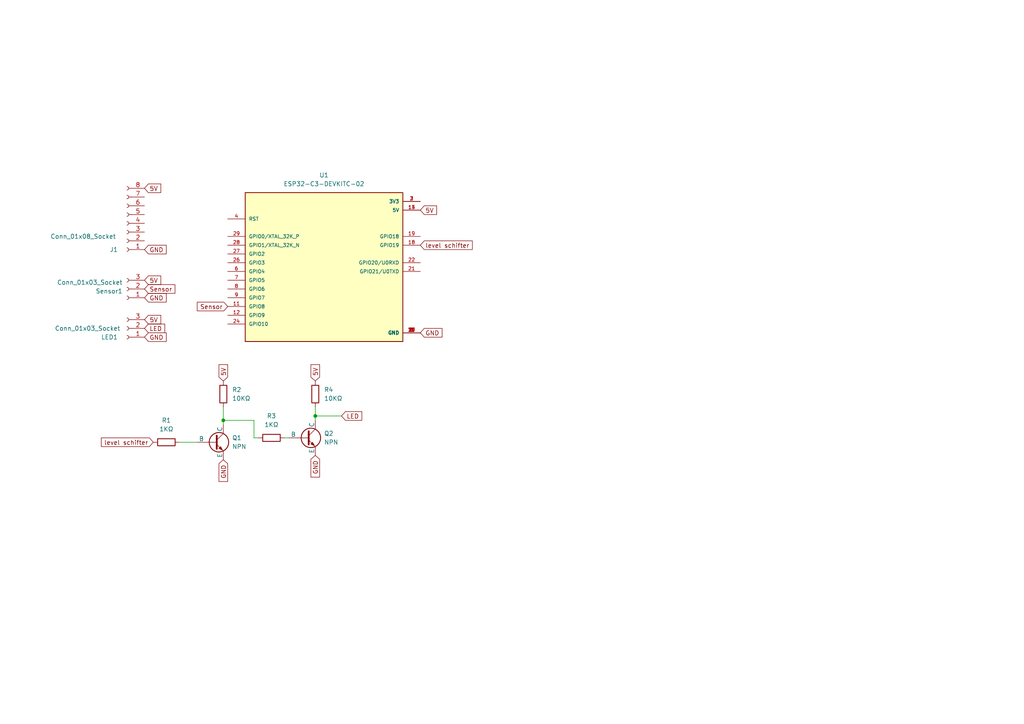
<source format=kicad_sch>
(kicad_sch (version 20230121) (generator eeschema)
  (paper "A4")
  (lib_symbols
    (symbol "Connector:Conn_01x03_Socket" (pin_names (offset 1.016) hide)
      (property "Reference" "J" (at 0 5.08 0))
      (property "Value" "Conn_01x03_Socket" (at 0 -5.08 0))
      (symbol "Conn_01x03_Socket_1_1"
        (arc (start 0 -2.032) (mid -0.5058 -2.54) (end 0 -3.048) (stroke (width 0.1524)))
        (polyline (pts (xy -1.27 -2.54) (xy -0.508 -2.54)) (stroke (width 0.1524)))
        (polyline (pts (xy -1.27 0) (xy -0.508 0)) (stroke (width 0.1524)))
        (polyline (pts (xy -1.27 2.54) (xy -0.508 2.54)) (stroke (width 0.1524)))
        (arc (start 0 0.508) (mid -0.5058 0) (end 0 -0.508) (stroke (width 0.1524)))
        (arc (start 0 3.048) (mid -0.5058 2.54) (end 0 2.032) (stroke (width 0.1524)))
        (pin passive line (at -5.08 2.54 0) (length 3.81) (name "Pin_1") (number "1"))
        (pin passive line (at -5.08 0 0) (length 3.81) (name "Pin_2") (number "2"))
        (pin passive line (at -5.08 -2.54 0) (length 3.81) (name "Pin_3") (number "3"))
      )
    )
    (symbol "Connector:Conn_01x08_Socket" (pin_names (offset 1.016) hide)
      (property "Reference" "J" (at 0 10.16 0))
      (property "Value" "Conn_01x08_Socket" (at 0 -12.7 0))
      (symbol "Conn_01x08_Socket_1_1"
        (arc (start 0 -9.652) (mid -0.5058 -10.16) (end 0 -10.668) (stroke (width 0.1524)))
        (arc (start 0 -7.112) (mid -0.5058 -7.62) (end 0 -8.128) (stroke (width 0.1524)))
        (arc (start 0 -4.572) (mid -0.5058 -5.08) (end 0 -5.588) (stroke (width 0.1524)))
        (arc (start 0 -2.032) (mid -0.5058 -2.54) (end 0 -3.048) (stroke (width 0.1524)))
        (polyline (pts (xy -1.27 -10.16) (xy -0.508 -10.16)) (stroke (width 0.1524)))
        (polyline (pts (xy -1.27 -7.62) (xy -0.508 -7.62)) (stroke (width 0.1524)))
        (polyline (pts (xy -1.27 -5.08) (xy -0.508 -5.08)) (stroke (width 0.1524)))
        (polyline (pts (xy -1.27 -2.54) (xy -0.508 -2.54)) (stroke (width 0.1524)))
        (polyline (pts (xy -1.27 0) (xy -0.508 0)) (stroke (width 0.1524)))
        (polyline (pts (xy -1.27 2.54) (xy -0.508 2.54)) (stroke (width 0.1524)))
        (polyline (pts (xy -1.27 5.08) (xy -0.508 5.08)) (stroke (width 0.1524)))
        (polyline (pts (xy -1.27 7.62) (xy -0.508 7.62)) (stroke (width 0.1524)))
        (arc (start 0 0.508) (mid -0.5058 0) (end 0 -0.508) (stroke (width 0.1524)))
        (arc (start 0 3.048) (mid -0.5058 2.54) (end 0 2.032) (stroke (width 0.1524)))
        (arc (start 0 5.588) (mid -0.5058 5.08) (end 0 4.572) (stroke (width 0.1524)))
        (arc (start 0 8.128) (mid -0.5058 7.62) (end 0 7.112) (stroke (width 0.1524)))
        (pin passive line (at -5.08 7.62 0) (length 3.81) (name "Pin_1") (number "1"))
        (pin passive line (at -5.08 5.08 0) (length 3.81) (name "Pin_2") (number "2"))
        (pin passive line (at -5.08 2.54 0) (length 3.81) (name "Pin_3") (number "3"))
        (pin passive line (at -5.08 0 0) (length 3.81) (name "Pin_4") (number "4"))
        (pin passive line (at -5.08 -2.54 0) (length 3.81) (name "Pin_5") (number "5"))
        (pin passive line (at -5.08 -5.08 0) (length 3.81) (name "Pin_6") (number "6"))
        (pin passive line (at -5.08 -7.62 0) (length 3.81) (name "Pin_7") (number "7"))
        (pin passive line (at -5.08 -10.16 0) (length 3.81) (name "Pin_8") (number "8"))
      )
    )
    (symbol "Device:R" (pin_numbers hide) (pin_names (offset 0))
      (property "Reference" "R" (at 2.032 0 90))
      (property "Value" "R" (at 0 0 90))
      (symbol "R_0_1"
        (rectangle (start -1.016 -2.54) (end 1.016 2.54) (stroke (width 0.254)))
      )
      (symbol "R_1_1"
        (pin passive line (at 0 3.81 270) (length 1.27) (name "~") (number "1"))
        (pin passive line (at 0 -3.81 90) (length 1.27) (name "~") (number "2"))
      )
    )
    (symbol "ESP32-C3-DEVKITC-02:ESP32-C3-DEVKITC-02" (pin_names (offset 1.016))
      (property "Reference" "U" (at -22.86 21.209 0))
      (property "Value" "ESP32-C3-DEVKITC-02" (at -22.86 -25.4 0))
      (symbol "ESP32-C3-DEVKITC-02_0_0"
        (rectangle (start -22.86 -22.86) (end 22.86 20.32) (stroke (width 0.254)) (fill (type background)))
        (pin power_in line (at 27.94 -20.32 180) (length 5.08) (name "GND") (number "1"))
        (pin power_in line (at 27.94 -20.32 180) (length 5.08) (name "GND") (number "10"))
        (pin bidirectional line (at -27.94 -12.7 0) (length 5.08) (name "GPIO8") (number "11"))
        (pin bidirectional line (at -27.94 -15.24 0) (length 5.08) (name "GPIO9") (number "12"))
        (pin power_in line (at 27.94 15.24 180) (length 5.08) (name "5V") (number "13"))
        (pin power_in line (at 27.94 15.24 180) (length 5.08) (name "5V") (number "14"))
        (pin power_in line (at 27.94 -20.32 180) (length 5.08) (name "GND") (number "15"))
        (pin power_in line (at 27.94 -20.32 180) (length 5.08) (name "GND") (number "16"))
        (pin power_in line (at 27.94 -20.32 180) (length 5.08) (name "GND") (number "17"))
        (pin bidirectional line (at 27.94 5.08 180) (length 5.08) (name "GPIO19") (number "18"))
        (pin bidirectional line (at 27.94 7.62 180) (length 5.08) (name "GPIO18") (number "19"))
        (pin power_in line (at 27.94 17.78 180) (length 5.08) (name "3V3") (number "2"))
        (pin power_in line (at 27.94 -20.32 180) (length 5.08) (name "GND") (number "20"))
        (pin bidirectional line (at 27.94 -2.54 180) (length 5.08) (name "GPIO21/U0TXD") (number "21"))
        (pin bidirectional line (at 27.94 0 180) (length 5.08) (name "GPIO20/U0RXD") (number "22"))
        (pin power_in line (at 27.94 -20.32 180) (length 5.08) (name "GND") (number "23"))
        (pin bidirectional line (at -27.94 -17.78 0) (length 5.08) (name "GPIO10") (number "24"))
        (pin power_in line (at 27.94 -20.32 180) (length 5.08) (name "GND") (number "25"))
        (pin bidirectional line (at -27.94 0 0) (length 5.08) (name "GPIO3") (number "26"))
        (pin bidirectional line (at -27.94 2.54 0) (length 5.08) (name "GPIO2") (number "27"))
        (pin bidirectional line (at -27.94 5.08 0) (length 5.08) (name "GPIO1/XTAL_32K_N") (number "28"))
        (pin bidirectional line (at -27.94 7.62 0) (length 5.08) (name "GPIO0/XTAL_32K_P") (number "29"))
        (pin power_in line (at 27.94 17.78 180) (length 5.08) (name "3V3") (number "3"))
        (pin power_in line (at 27.94 -20.32 180) (length 5.08) (name "GND") (number "30"))
        (pin input line (at -27.94 12.7 0) (length 5.08) (name "RST") (number "4"))
        (pin power_in line (at 27.94 -20.32 180) (length 5.08) (name "GND") (number "5"))
        (pin bidirectional line (at -27.94 -2.54 0) (length 5.08) (name "GPIO4") (number "6"))
        (pin bidirectional line (at -27.94 -5.08 0) (length 5.08) (name "GPIO5") (number "7"))
        (pin bidirectional line (at -27.94 -7.62 0) (length 5.08) (name "GPIO6") (number "8"))
        (pin bidirectional line (at -27.94 -10.16 0) (length 5.08) (name "GPIO7") (number "9"))
      )
    )
    (symbol "Simulation_SPICE:NPN" (pin_numbers hide) (pin_names (offset 0))
      (property "Reference" "Q" (at -2.54 7.62 0))
      (property "Value" "NPN" (at -2.54 5.08 0))
      (symbol "NPN_0_1"
        (polyline (pts (xy -2.54 0) (xy 0.635 0)) (stroke (width 0.1524)))
        (polyline (pts (xy 0.635 0.635) (xy 2.54 2.54)))
        (polyline (pts (xy 2.794 -1.27) (xy 2.794 -1.27)) (stroke (width 0.1524)))
        (polyline (pts (xy 2.794 -1.27) (xy 2.794 -1.27)) (stroke (width 0.1524)))
        (polyline (pts (xy 0.635 -0.635) (xy 2.54 -2.54) (xy 2.54 -2.54)))
        (polyline (pts (xy 0.635 1.905) (xy 0.635 -1.905) (xy 0.635 -1.905)) (stroke (width 0.508)))
        (polyline (pts (xy 1.27 -1.778) (xy 1.778 -1.27) (xy 2.286 -2.286) (xy 1.27 -1.778) (xy 1.27 -1.778)) (fill (type outline)))
        (circle (center 1.27 0) (radius 2.8194) (stroke (width 0.254)))
      )
      (symbol "NPN_1_1"
        (pin open_collector line (at 2.54 5.08 270) (length 2.54) (name "C") (number "1"))
        (pin input line (at -5.08 0 0) (length 2.54) (name "B") (number "2"))
        (pin open_emitter line (at 2.54 -5.08 90) (length 2.54) (name "E") (number "3"))
      )
    )
  )
  (junction (at 91.44 120.65))
  (junction (at 64.77 121.92))
  (wire (pts (xy 64.77 121.92) (xy 73.66 121.92)))
  (wire (pts (xy 91.44 118.11) (xy 91.44 120.65)))
  (wire (pts (xy 91.44 120.65) (xy 91.44 121.92)))
  (wire (pts (xy 52.07 128.27) (xy 57.15 128.27)))
  (wire (pts (xy 73.66 127) (xy 74.93 127)))
  (wire (pts (xy 82.55 127) (xy 83.82 127)))
  (wire (pts (xy 64.77 121.92) (xy 64.77 123.19)))
  (wire (pts (xy 91.44 120.65) (xy 99.06 120.65)))
  (wire (pts (xy 73.66 127) (xy 73.66 121.92)))
  (wire (pts (xy 64.77 118.11) (xy 64.77 121.92)))
  (global_label "5V" (shape input) (at 41.91 92.71 0) (property "Intersheetrefs" "${INTERSHEET_REFS}" (effects hide)))
  (global_label "level schifter" (shape input) (at 44.45 128.27 180) (property "Intersheetrefs" "${INTERSHEET_REFS}" (effects hide)))
  (global_label "GND" (shape input) (at 41.91 86.36 0) (property "Intersheetrefs" "${INTERSHEET_REFS}" (effects hide)))
  (global_label "GND" (shape input) (at 91.44 132.08 270) (property "Intersheetrefs" "${INTERSHEET_REFS}" (effects hide)))
  (global_label "LED" (shape input) (at 41.91 95.25 0) (property "Intersheetrefs" "${INTERSHEET_REFS}" (effects hide)))
  (global_label "5V" (shape input) (at 91.44 110.49 90) (property "Intersheetrefs" "${INTERSHEET_REFS}" (effects hide)))
  (global_label "LED" (shape input) (at 99.06 120.65 0) (property "Intersheetrefs" "${INTERSHEET_REFS}" (effects hide)))
  (global_label "GND" (shape input) (at 41.91 72.39 0) (property "Intersheetrefs" "${INTERSHEET_REFS}" (effects hide)))
  (global_label "GND" (shape input) (at 41.91 97.79 0) (property "Intersheetrefs" "${INTERSHEET_REFS}" (effects hide)))
  (global_label "GND" (shape input) (at 64.77 133.35 270) (property "Intersheetrefs" "${INTERSHEET_REFS}" (effects hide)))
  (global_label "5V" (shape input) (at 41.91 54.61 0) (property "Intersheetrefs" "${INTERSHEET_REFS}" (effects hide)))
  (global_label "5V" (shape input) (at 121.92 60.96 0) (property "Intersheetrefs" "${INTERSHEET_REFS}" (effects hide)))
  (global_label "5V" (shape input) (at 64.77 110.49 90) (property "Intersheetrefs" "${INTERSHEET_REFS}" (effects hide)))
  (global_label "5V" (shape input) (at 41.91 81.28 0) (property "Intersheetrefs" "${INTERSHEET_REFS}" (effects hide)))
  (global_label "level schifter" (shape input) (at 121.92 71.12 0) (property "Intersheetrefs" "${INTERSHEET_REFS}" (effects hide)))
  (global_label "Sensor" (shape input) (at 41.91 83.82 0) (property "Intersheetrefs" "${INTERSHEET_REFS}" (effects hide)))
  (global_label "GND" (shape input) (at 121.92 96.52 0) (property "Intersheetrefs" "${INTERSHEET_REFS}" (effects hide)))
  (global_label "Sensor" (shape input) (at 66.04 88.9 180) (property "Intersheetrefs" "${INTERSHEET_REFS}" (effects hide)))
  (symbol (lib_id "Connector:Conn_01x03_Socket") (at 36.83 95.25 180) (unit 1)
    (property "Reference" "LED1" (at 31.75 97.79 0))
    (property "Value" "Conn_01x03_Socket" (at 25.4 95.25 0))
    (property "Footprint" "Connector_PinSocket_2.54mm:PinSocket_1x03_P2.54mm_Vertical" (effects hide))
  )
  (symbol (lib_id "Connector:Conn_01x03_Socket") (at 36.83 83.82 180) (unit 1)
    (property "Reference" "Sensor1" (at 35.56 84.455 0) (effects (justify left)))
    (property "Value" "Conn_01x03_Socket" (at 35.56 81.915 0) (effects (justify left)))
    (property "Footprint" "Connector_PinSocket_2.54mm:PinSocket_1x03_P2.54mm_Vertical" (effects hide))
  )
  (symbol (lib_id "ESP32-C3-DEVKITC-02:ESP32-C3-DEVKITC-02") (at 93.98 76.2 0) (unit 1)
    (property "Reference" "U1" (at 93.98 50.8 0))
    (property "Value" "ESP32-C3-DEVKITC-02" (at 93.98 53.34 0))
    (property "Footprint" "ESP32-C3-DEVKITC-02:XCVR_ESP32-C3-DEVKITC-02" (effects hide))
    (property "MF" "Espressif Systems" (effects hide))
    (property "Description" "\nDevelopment Boards & Kits - Wireless (Engineering Samples) ESP32-C3 General-Purpose Development Board, embeds ESP32-C3-WROOM-02, 4 MB Flash, with Pin Header\n" (effects hide))
    (property "Package" "None" (effects hide))
    (property "Price" "None" (effects hide))
    (property "Check_prices" "https://www.snapeda.com/parts/ESP32-C3-DevKitC-02/Espressif+Systems/view-part/?ref=eda" (effects hide))
    (property "STANDARD" "Manufacturer Recommendations" (effects hide))
    (property "SnapEDA_Link" "https://www.snapeda.com/parts/ESP32-C3-DevKitC-02/Espressif+Systems/view-part/?ref=snap" (effects hide))
    (property "MP" "ESP32-C3-DevKitC-02" (effects hide))
    (property "Purchase-URL" "https://www.snapeda.com/api/url_track_click_mouser/?unipart_id=5812307&manufacturer=Espressif Systems&part_name=ESP32-C3-DevKitC-02&search_term=None" (effects hide))
    (property "Availability" "In Stock" (effects hide))
    (property "MANUFACTURER" "Espressif" (effects hide))
  )
  (symbol (lib_id "Device:R") (at 78.74 127 90) (unit 1)
    (property "Reference" "R3" (at 78.74 120.65 90))
    (property "Value" "1KΩ" (at 78.74 123.19 90))
    (property "Footprint" "Resistor_SMD:R_0805_2012Metric" (effects hide))
  )
  (symbol (lib_id "Device:R") (at 64.77 114.3 0) (unit 1)
    (property "Reference" "R2" (at 67.31 113.03 0) (effects (justify left)))
    (property "Value" "10KΩ" (at 67.31 115.57 0) (effects (justify left)))
    (property "Footprint" "Resistor_SMD:R_0805_2012Metric" (effects hide))
  )
  (symbol (lib_id "Device:R") (at 48.26 128.27 90) (unit 1)
    (property "Reference" "R1" (at 48.26 121.92 90))
    (property "Value" "1KΩ" (at 48.26 124.46 90))
    (property "Footprint" "Resistor_SMD:R_0805_2012Metric" (effects hide))
  )
  (symbol (lib_id "Simulation_SPICE:NPN") (at 88.9 127 0) (unit 1)
    (property "Reference" "Q2" (at 93.98 125.73 0) (effects (justify left)))
    (property "Value" "NPN" (at 93.98 128.27 0) (effects (justify left)))
    (property "Footprint" "Package_TO_SOT_SMD:SOT-23" (effects hide))
    (property "Sim.Device" "NPN" (effects hide))
    (property "Sim.Type" "GUMMELPOON" (effects hide))
    (property "Sim.Pins" "1=C 2=B 3=E" (effects hide))
  )
  (symbol (lib_id "Connector:Conn_01x08_Socket") (at 36.83 64.77 180) (unit 1)
    (property "Reference" "J1" (at 33.02 72.39 0))
    (property "Value" "Conn_01x08_Socket" (at 24.13 68.58 0))
    (property "Footprint" "Connector_PinSocket_2.54mm:PinSocket_1x08_P2.54mm_Vertical" (effects hide))
  )
  (symbol (lib_id "Simulation_SPICE:NPN") (at 62.23 128.27 0) (unit 1)
    (property "Reference" "Q1" (at 67.31 127 0) (effects (justify left)))
    (property "Value" "NPN" (at 67.31 129.54 0) (effects (justify left)))
    (property "Footprint" "Package_TO_SOT_SMD:SOT-23" (effects hide))
    (property "Sim.Device" "NPN" (effects hide))
    (property "Sim.Type" "GUMMELPOON" (effects hide))
    (property "Sim.Pins" "1=C 2=B 3=E" (effects hide))
  )
  (symbol (lib_id "Device:R") (at 91.44 114.3 0) (unit 1)
    (property "Reference" "R4" (at 93.98 113.03 0) (effects (justify left)))
    (property "Value" "10KΩ" (at 93.98 115.57 0) (effects (justify left)))
    (property "Footprint" "Resistor_SMD:R_0805_2012Metric" (effects hide))
  )
)
</source>
